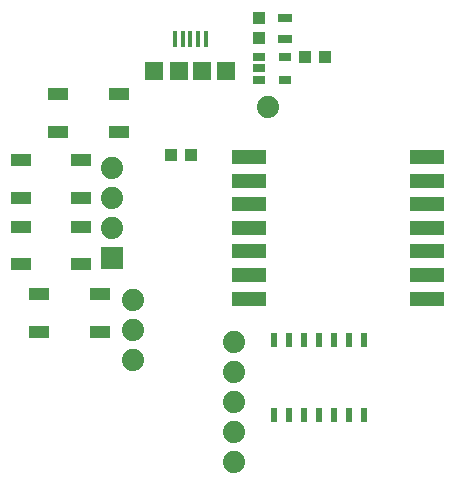
<source format=gbr>
G04 #@! TF.FileFunction,Paste,Top*
%FSLAX46Y46*%
G04 Gerber Fmt 4.6, Leading zero omitted, Abs format (unit mm)*
G04 Created by KiCad (PCBNEW 4.0.6+dfsg1-1) date Thu Jan 25 22:00:33 2018*
%MOMM*%
%LPD*%
G01*
G04 APERTURE LIST*
%ADD10C,0.100000*%
%ADD11R,2.999740X1.198880*%
%ADD12C,1.879600*%
%ADD13R,0.508000X1.143000*%
%ADD14R,0.450000X1.350000*%
%ADD15R,1.500000X1.550000*%
%ADD16R,1.198880X0.797560*%
%ADD17R,0.998220X1.099820*%
%ADD18R,1.099820X0.998220*%
%ADD19R,1.651000X0.998220*%
%ADD20R,1.879600X1.879600*%
%ADD21R,1.060000X0.650000*%
G04 APERTURE END LIST*
D10*
D11*
X162101920Y-56400520D03*
X162101920Y-58402040D03*
X162101920Y-60401020D03*
X162101920Y-62400000D03*
X162101920Y-64398980D03*
X162101920Y-66397960D03*
X162101920Y-68399480D03*
X177098080Y-68399480D03*
X177098080Y-66397960D03*
X177098080Y-64398980D03*
X177098080Y-62400000D03*
X177098080Y-60401020D03*
X177098080Y-58402040D03*
X177098080Y-56400520D03*
D12*
X152200000Y-73600000D03*
X152200000Y-71060000D03*
X152200000Y-68520000D03*
X160800000Y-72100000D03*
X160800000Y-74640000D03*
X160800000Y-77180000D03*
X160800000Y-79720000D03*
X160800000Y-82260000D03*
D13*
X171810000Y-71898000D03*
X170540000Y-71898000D03*
X169270000Y-71898000D03*
X168000000Y-71898000D03*
X166730000Y-71898000D03*
X165460000Y-71898000D03*
X164190000Y-71898000D03*
X164190000Y-78248000D03*
X165460000Y-78248000D03*
X168000000Y-78248000D03*
X169270000Y-78248000D03*
X170540000Y-78248000D03*
X171810000Y-78248000D03*
X166730000Y-78248000D03*
D14*
X155800000Y-46425000D03*
X156450000Y-46425000D03*
X157100000Y-46425000D03*
X157750000Y-46425000D03*
X158400000Y-46425000D03*
D15*
X156100000Y-49100000D03*
X158100000Y-49100000D03*
X154050000Y-49100000D03*
X160150000Y-49100000D03*
D16*
X165077920Y-44660606D03*
X165077920Y-46458926D03*
D17*
X162877920Y-44611406D03*
X162877920Y-46308126D03*
D18*
X168496720Y-47900000D03*
X166800000Y-47900000D03*
D19*
X145924440Y-51102340D03*
X145924440Y-54297660D03*
X151075560Y-54297660D03*
X151075560Y-51102340D03*
X142724440Y-56702340D03*
X142724440Y-59897660D03*
X147875560Y-59897660D03*
X147875560Y-56702340D03*
X142724440Y-62302340D03*
X142724440Y-65497660D03*
X147875560Y-65497660D03*
X147875560Y-62302340D03*
X144324440Y-68002340D03*
X144324440Y-71197660D03*
X149475560Y-71197660D03*
X149475560Y-68002340D03*
D20*
X150500000Y-65000000D03*
D12*
X150500000Y-62460000D03*
X150500000Y-59920000D03*
X150500000Y-57380000D03*
X163700000Y-52200000D03*
D18*
X157148360Y-56200000D03*
X155451640Y-56200000D03*
D21*
X162900000Y-47950000D03*
X162900000Y-48900000D03*
X162900000Y-49850000D03*
X165100000Y-49850000D03*
X165100000Y-47950000D03*
M02*

</source>
